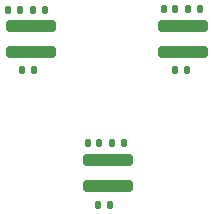
<source format=gbr>
%TF.GenerationSoftware,KiCad,Pcbnew,8.0.8-8.0.8-0~ubuntu22.04.1*%
%TF.CreationDate,2025-03-19T12:34:01-04:00*%
%TF.ProjectId,hpk_5mm,68706b5f-356d-46d2-9e6b-696361645f70,rev?*%
%TF.SameCoordinates,Original*%
%TF.FileFunction,Paste,Bot*%
%TF.FilePolarity,Positive*%
%FSLAX46Y46*%
G04 Gerber Fmt 4.6, Leading zero omitted, Abs format (unit mm)*
G04 Created by KiCad (PCBNEW 8.0.8-8.0.8-0~ubuntu22.04.1) date 2025-03-19 12:34:01*
%MOMM*%
%LPD*%
G01*
G04 APERTURE LIST*
G04 Aperture macros list*
%AMRoundRect*
0 Rectangle with rounded corners*
0 $1 Rounding radius*
0 $2 $3 $4 $5 $6 $7 $8 $9 X,Y pos of 4 corners*
0 Add a 4 corners polygon primitive as box body*
4,1,4,$2,$3,$4,$5,$6,$7,$8,$9,$2,$3,0*
0 Add four circle primitives for the rounded corners*
1,1,$1+$1,$2,$3*
1,1,$1+$1,$4,$5*
1,1,$1+$1,$6,$7*
1,1,$1+$1,$8,$9*
0 Add four rect primitives between the rounded corners*
20,1,$1+$1,$2,$3,$4,$5,0*
20,1,$1+$1,$4,$5,$6,$7,0*
20,1,$1+$1,$6,$7,$8,$9,0*
20,1,$1+$1,$8,$9,$2,$3,0*%
G04 Aperture macros list end*
%ADD10RoundRect,0.250000X1.875000X0.250000X-1.875000X0.250000X-1.875000X-0.250000X1.875000X-0.250000X0*%
%ADD11RoundRect,0.140000X0.140000X0.170000X-0.140000X0.170000X-0.140000X-0.170000X0.140000X-0.170000X0*%
%ADD12RoundRect,0.135000X-0.135000X-0.185000X0.135000X-0.185000X0.135000X0.185000X-0.135000X0.185000X0*%
%ADD13RoundRect,0.135000X0.135000X0.185000X-0.135000X0.185000X-0.135000X-0.185000X0.135000X-0.185000X0*%
G04 APERTURE END LIST*
D10*
%TO.C,D2*%
X153212500Y-68875000D03*
X153212500Y-71075000D03*
%TD*%
D11*
%TO.C,C1*%
X139360000Y-67500000D03*
X138400000Y-67500000D03*
%TD*%
D12*
%TO.C,R10*%
X145980000Y-84000000D03*
X147000000Y-84000000D03*
%TD*%
%TO.C,R5*%
X153590000Y-67400000D03*
X154610000Y-67400000D03*
%TD*%
%TO.C,R2*%
X139580000Y-72600000D03*
X140600000Y-72600000D03*
%TD*%
D10*
%TO.C,D3*%
X146812500Y-80175000D03*
X146812500Y-82375000D03*
%TD*%
%TO.C,D1*%
X140312500Y-68875000D03*
X140312500Y-71075000D03*
%TD*%
D12*
%TO.C,R9*%
X147180000Y-78700000D03*
X148200000Y-78700000D03*
%TD*%
D13*
%TO.C,R6*%
X153520000Y-72600000D03*
X152500000Y-72600000D03*
%TD*%
%TO.C,R1*%
X141510000Y-67500000D03*
X140490000Y-67500000D03*
%TD*%
D11*
%TO.C,C9*%
X146060000Y-78700000D03*
X145100000Y-78700000D03*
%TD*%
%TO.C,C5*%
X152500000Y-67400000D03*
X151540000Y-67400000D03*
%TD*%
M02*

</source>
